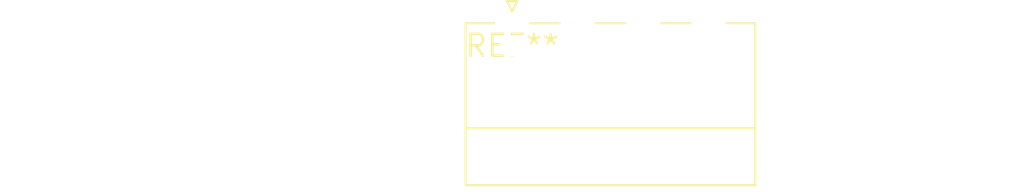
<source format=kicad_pcb>
(kicad_pcb (version 20240108) (generator pcbnew)
  (layers (0 "F.Cu" signal) (31 "B.Cu" signal) (34 "B.Paste" user) (35 "F.Paste" user) (36 "B.SilkS" user "B.Silkscreen") (37 "F.SilkS" user "F.Silkscreen") (38 "B.Mask" user) (39 "F.Mask" user) (44 "Edge.Cuts" user))
  (net 0 "")
  (footprint "PhoenixContact_MC_1,5_4-G-3.81_1x04_P3.81mm_Horizontal" (layer "F.Cu") (at 0 0)
    (property "Reference" "REF**")
    (property "Value" "PhoenixContact_MC_1,5_4-G-3.81_1x04_P3.81mm_Horizontal")
    (fp_line (start -2.71 -1.31) (end -2.71 8.11) (layer "F.SilkS") (stroke (width 0.12)))
    (fp_line (start -2.71 -1.31) (end -1.05 -1.31) (layer "F.SilkS") (stroke (width 0.12)))
    (fp_line (start -2.71 4.8) (end 14.14 4.8) (layer "F.SilkS") (stroke (width 0.12)))
    (fp_line (start -2.71 8.11) (end 14.14 8.11) (layer "F.SilkS") (stroke (width 0.12)))
    (fp_line (start -0.3 -2.6) (end 0.3 -2.6) (layer "F.SilkS") (stroke (width 0.12)))
    (fp_line (start 0 -2) (end -0.3 -2.6) (layer "F.SilkS") (stroke (width 0.12)))
    (fp_line (start 0.3 -2.6) (end 0 -2) (layer "F.SilkS") (stroke (width 0.12)))
    (fp_line (start 1.05 -1.31) (end 2.76 -1.31) (layer "F.SilkS") (stroke (width 0.12)))
    (fp_line (start 4.86 -1.31) (end 6.57 -1.31) (layer "F.SilkS") (stroke (width 0.12)))
    (fp_line (start 8.67 -1.31) (end 10.38 -1.31) (layer "F.SilkS") (stroke (width 0.12)))
    (fp_line (start 14.14 -1.31) (end 12.48 -1.31) (layer "F.SilkS") (stroke (width 0.12)))
    (fp_line (start 14.14 8.11) (end 14.14 -1.31) (layer "F.SilkS") (stroke (width 0.12)))
    (pad "1" thru_hole roundrect (at 0 0) (size 1.8 3.6) (drill 1.2) (layers *.Cu *.Mask) (remove_unused_layers) (roundrect_rratio 0.138889))
    (pad "2" thru_hole oval (at 3.81 0) (size 1.8 3.6) (drill 1.2) (layers *.Cu *.Mask) (remove_unused_layers))
    (pad "3" thru_hole oval (at 7.62 0) (size 1.8 3.6) (drill 1.2) (layers *.Cu *.Mask) (remove_unused_layers))
    (pad "4" thru_hole oval (at 11.43 0) (size 1.8 3.6) (drill 1.2) (layers *.Cu *.Mask) (remove_unused_layers))
  )
)
</source>
